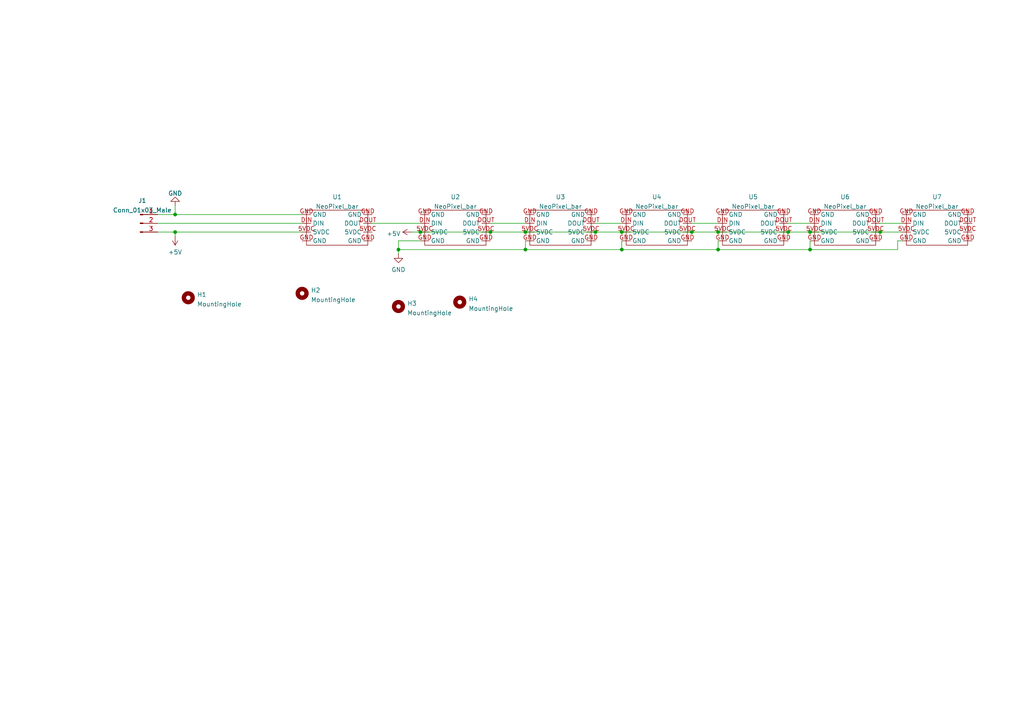
<source format=kicad_sch>
(kicad_sch (version 20211123) (generator eeschema)
  (paper "A4")
  (lib_symbols
    (symbol "Connector:Conn_01x03_Male" (pin_names (offset 1.016) hide)
      (property "Reference" "J" (at 0 5.08 0))
      (property "Value" "Conn_01x03_Male" (at 0 -5.08 0))
      (symbol "Conn_01x03_Male_1_1"
        (polyline (pts (xy 1.27 -2.54) (xy 0.8636 -2.54)) (stroke (width 0.1524)))
        (polyline (pts (xy 1.27 0) (xy 0.8636 0)) (stroke (width 0.1524)))
        (polyline (pts (xy 1.27 2.54) (xy 0.8636 2.54)) (stroke (width 0.1524)))
        (rectangle (start 0.8636 -2.413) (end 0 -2.667) (stroke (width 0.1524)) (fill (type outline)))
        (rectangle (start 0.8636 0.127) (end 0 -0.127) (stroke (width 0.1524)) (fill (type outline)))
        (rectangle (start 0.8636 2.667) (end 0 2.413) (stroke (width 0.1524)) (fill (type outline)))
        (pin passive line (at 5.08 2.54 180) (length 3.81) (name "Pin_1") (number "1"))
        (pin passive line (at 5.08 0 180) (length 3.81) (name "Pin_2") (number "2"))
        (pin passive line (at 5.08 -2.54 180) (length 3.81) (name "Pin_3") (number "3"))
      )
    )
    (symbol "Mechanical:MountingHole" (pin_names (offset 1.016))
      (property "Reference" "H" (at 0 5.08 0))
      (property "Value" "MountingHole" (at 0 3.175 0))
      (symbol "MountingHole_0_1"
        (circle (center 0 0) (radius 1.27) (stroke (width 1.27)))
      )
    )
    (symbol "NeoPixel_bar_1"
      (property "Reference" "U1" (at 0 8.9195 0))
      (property "Value" "NeoPixel_bar" (at 0 6.1444 0))
      (symbol "NeoPixel_bar_1_0_1"
        (rectangle (start -8.89 5.08) (end 8.89 -5.08))
      )
      (symbol "NeoPixel_bar_1_1_1"
        (pin input line (at -10.16 -1.27 0) (length 2.54) (name "5VDC") (number "5VDC"))
        (pin output line (at 10.16 -1.27 180) (length 2.54) (name "5VDC") (number "5VDC"))
        (pin input line (at -10.16 1.27 0) (length 2.54) (name "DIN") (number "DIN"))
        (pin output line (at 10.16 1.27 180) (length 2.54) (name "DOUT") (number "DOUT"))
        (pin input line (at -10.16 -3.81 0) (length 2.54) (name "GND") (number "GND"))
        (pin input line (at -10.16 3.81 0) (length 2.54) (name "GND") (number "GND"))
        (pin output line (at 10.16 -3.81 180) (length 2.54) (name "GND") (number "GND"))
        (pin output line (at 10.16 3.81 180) (length 2.54) (name "GND") (number "GND"))
      )
    )
    (symbol "power:+5V" (power) (pin_names (offset 0))
      (property "Value" "+5V" (at 0 3.556 0))
      (symbol "+5V_0_1"
        (polyline (pts (xy -0.762 1.27) (xy 0 2.54)))
        (polyline (pts (xy 0 0) (xy 0 2.54)))
        (polyline (pts (xy 0 2.54) (xy 0.762 1.27)))
      )
      (symbol "+5V_1_1"
        (pin power_in line (at 0 0 90) (length 0) hide (name "+5V") (number "1"))
      )
    )
    (symbol "power:GND" (power) (pin_names (offset 0))
      (property "Value" "GND" (at 0 -3.81 0))
      (symbol "GND_0_1"
        (polyline (pts (xy 0 0) (xy 0 -1.27) (xy 1.27 -1.27) (xy 0 -2.54) (xy -1.27 -1.27) (xy 0 -1.27)))
      )
      (symbol "GND_1_1"
        (pin power_in line (at 0 0 270) (length 0) hide (name "GND") (number "1"))
      )
    )
  )
  (junction (at 121.92 67.31))
  (junction (at 208.28 72.39))
  (junction (at 172.72 67.31))
  (junction (at 142.24 67.31))
  (junction (at 208.28 67.31))
  (junction (at 234.95 72.39))
  (junction (at 115.57 72.39))
  (junction (at 234.95 67.31))
  (junction (at 152.4 72.39))
  (junction (at 50.8 62.23))
  (junction (at 228.6 67.31))
  (junction (at 152.4 67.31))
  (junction (at 180.34 72.39))
  (junction (at 180.34 67.31))
  (junction (at 200.66 67.31))
  (junction (at 255.27 67.31))
  (junction (at 50.8 67.31))
  (wire (pts (xy 260.35 72.39) (xy 234.95 72.39)))
  (wire (pts (xy 180.34 69.85) (xy 180.34 72.39)))
  (wire (pts (xy 234.95 67.31) (xy 255.27 67.31)))
  (wire (pts (xy 208.28 67.31) (xy 228.6 67.31)))
  (wire (pts (xy 180.34 67.31) (xy 200.66 67.31)))
  (wire (pts (xy 255.27 67.31) (xy 261.62 67.31)))
  (wire (pts (xy 115.57 72.39) (xy 115.57 73.66)))
  (wire (pts (xy 208.28 69.85) (xy 208.28 72.39)))
  (wire (pts (xy 50.8 67.31) (xy 87.63 67.31)))
  (wire (pts (xy 228.6 67.31) (xy 234.95 67.31)))
  (wire (pts (xy 208.28 72.39) (xy 180.34 72.39)))
  (wire (pts (xy 200.66 67.31) (xy 208.28 67.31)))
  (wire (pts (xy 152.4 67.31) (xy 172.72 67.31)))
  (wire (pts (xy 234.95 72.39) (xy 208.28 72.39)))
  (wire (pts (xy 234.95 69.85) (xy 234.95 72.39)))
  (wire (pts (xy 152.4 72.39) (xy 180.34 72.39)))
  (wire (pts (xy 260.35 69.85) (xy 260.35 72.39)))
  (wire (pts (xy 172.72 64.77) (xy 180.34 64.77)))
  (wire (pts (xy 45.72 62.23) (xy 50.8 62.23)))
  (wire (pts (xy 142.24 64.77) (xy 152.4 64.77)))
  (wire (pts (xy 115.57 69.85) (xy 121.92 69.85)))
  (wire (pts (xy 228.6 64.77) (xy 234.95 64.77)))
  (wire (pts (xy 152.4 72.39) (xy 115.57 72.39)))
  (wire (pts (xy 45.72 64.77) (xy 87.63 64.77)))
  (wire (pts (xy 50.8 67.31) (xy 50.8 68.58)))
  (wire (pts (xy 45.72 67.31) (xy 50.8 67.31)))
  (wire (pts (xy 107.95 64.77) (xy 121.92 64.77)))
  (wire (pts (xy 119.38 67.31) (xy 121.92 67.31)))
  (wire (pts (xy 50.8 62.23) (xy 87.63 62.23)))
  (wire (pts (xy 121.92 67.31) (xy 142.24 67.31)))
  (wire (pts (xy 255.27 64.77) (xy 261.62 64.77)))
  (wire (pts (xy 152.4 69.85) (xy 152.4 72.39)))
  (wire (pts (xy 142.24 67.31) (xy 152.4 67.31)))
  (wire (pts (xy 172.72 67.31) (xy 180.34 67.31)))
  (wire (pts (xy 115.57 69.85) (xy 115.57 72.39)))
  (wire (pts (xy 200.66 64.77) (xy 208.28 64.77)))
  (wire (pts (xy 261.62 69.85) (xy 260.35 69.85)))
  (wire (pts (xy 50.8 59.69) (xy 50.8 62.23)))
  (symbol (lib_id "power:GND") (at 50.8 59.69 180) (unit 1)
    (property "Reference" "#PWR0102" (effects hide))
    (property "Value" "GND" (at 50.8 56.0855 0))
  )
  (symbol (lib_name "NeoPixel_bar_1") (lib_id "NeoPixel_bar:NeoPixel_bar") (at 132.08 66.04 0) (unit 1)
    (property "Reference" "U2" (at 132.08 57.1205 0))
    (property "Value" "NeoPixel_bar" (at 132.08 59.8956 0))
    (property "Footprint" "NeoPixel_Stick:NeoPixel_bar" (effects hide))
  )
  (symbol (lib_name "NeoPixel_bar_1") (lib_id "NeoPixel_bar:NeoPixel_bar") (at 218.44 66.04 0) (unit 1)
    (property "Reference" "U5" (at 218.44 57.1205 0))
    (property "Value" "NeoPixel_bar" (at 218.44 59.8956 0))
    (property "Footprint" "NeoPixel_Stick:NeoPixel_bar" (effects hide))
  )
  (symbol (lib_id "Mechanical:MountingHole") (at 133.35 87.63 0) (unit 1)
    (property "Reference" "H4" (at 135.89 86.7215 0) (effects (justify left)))
    (property "Value" "MountingHole" (at 135.89 89.4966 0) (effects (justify left)))
    (property "Footprint" "MountingHole:MountingHole_2.2mm_M2" (effects hide))
  )
  (symbol (lib_name "NeoPixel_bar_1") (lib_id "NeoPixel_bar:NeoPixel_bar") (at 97.79 66.04 0) (unit 1)
    (property "Reference" "U1" (at 97.79 57.1205 0))
    (property "Value" "NeoPixel_bar" (at 97.79 59.8956 0))
    (property "Footprint" "NeoPixel_Stick:NeoPixel_bar" (effects hide))
  )
  (symbol (lib_name "NeoPixel_bar_1") (lib_id "NeoPixel_bar:NeoPixel_bar") (at 190.5 66.04 0) (unit 1)
    (property "Reference" "U4" (at 190.5 57.1205 0))
    (property "Value" "NeoPixel_bar" (at 190.5 59.8956 0))
    (property "Footprint" "NeoPixel_Stick:NeoPixel_bar" (effects hide))
  )
  (symbol (lib_id "Mechanical:MountingHole") (at 115.57 88.9 0) (unit 1)
    (property "Reference" "H3" (at 118.11 87.9915 0) (effects (justify left)))
    (property "Value" "MountingHole" (at 118.11 90.7666 0) (effects (justify left)))
    (property "Footprint" "MountingHole:MountingHole_2.2mm_M2" (effects hide))
  )
  (symbol (lib_id "power:GND") (at 115.57 73.66 0) (unit 1)
    (property "Reference" "#PWR0104" (effects hide))
    (property "Value" "GND" (at 115.57 78.2225 0))
  )
  (symbol (lib_id "Mechanical:MountingHole") (at 87.63 85.09 0) (unit 1)
    (property "Reference" "H2" (at 90.17 84.1815 0) (effects (justify left)))
    (property "Value" "MountingHole" (at 90.17 86.9566 0) (effects (justify left)))
    (property "Footprint" "MountingHole:MountingHole_2.2mm_M2" (effects hide))
  )
  (symbol (lib_id "power:+5V") (at 50.8 68.58 180) (unit 1)
    (property "Reference" "#PWR0101" (effects hide))
    (property "Value" "+5V" (at 50.8 73.1425 0))
  )
  (symbol (lib_name "NeoPixel_bar_1") (lib_id "NeoPixel_bar:NeoPixel_bar") (at 162.56 66.04 0) (unit 1)
    (property "Reference" "U3" (at 162.56 57.1205 0))
    (property "Value" "NeoPixel_bar" (at 162.56 59.8956 0))
    (property "Footprint" "NeoPixel_Stick:NeoPixel_bar" (effects hide))
  )
  (symbol (lib_id "Connector:Conn_01x03_Male") (at 40.64 64.77 0) (unit 1)
    (property "Reference" "J1" (at 41.275 58.1873 0))
    (property "Value" "Conn_01x03_Male" (at 41.275 60.9624 0))
    (property "Footprint" "Connector_PinHeader_2.54mm:PinHeader_1x03_P2.54mm_Vertical" (effects hide))
  )
  (symbol (lib_name "NeoPixel_bar_1") (lib_id "NeoPixel_bar:NeoPixel_bar") (at 245.11 66.04 0) (unit 1)
    (property "Reference" "U6" (at 245.11 57.1205 0))
    (property "Value" "NeoPixel_bar" (at 245.11 59.8956 0))
    (property "Footprint" "NeoPixel_Stick:NeoPixel_bar" (effects hide))
  )
  (symbol (lib_name "NeoPixel_bar_1") (lib_id "NeoPixel_bar:NeoPixel_bar") (at 271.78 66.04 0) (unit 1)
    (property "Reference" "U7" (at 271.78 57.1205 0))
    (property "Value" "NeoPixel_bar" (at 271.78 59.8956 0))
    (property "Footprint" "NeoPixel_Stick:NeoPixel_bar" (effects hide))
  )
  (symbol (lib_id "Mechanical:MountingHole") (at 54.61 86.36 0) (unit 1)
    (property "Reference" "H1" (at 57.15 85.4515 0) (effects (justify left)))
    (property "Value" "MountingHole" (at 57.15 88.2266 0) (effects (justify left)))
    (property "Footprint" "MountingHole:MountingHole_2.2mm_M2" (effects hide))
  )
  (symbol (lib_id "power:+5V") (at 119.38 67.31 90) (unit 1)
    (property "Reference" "#PWR0103" (effects hide))
    (property "Value" "+5V" (at 116.2051 67.789 90) (effects (justify left)))
  )
)
</source>
